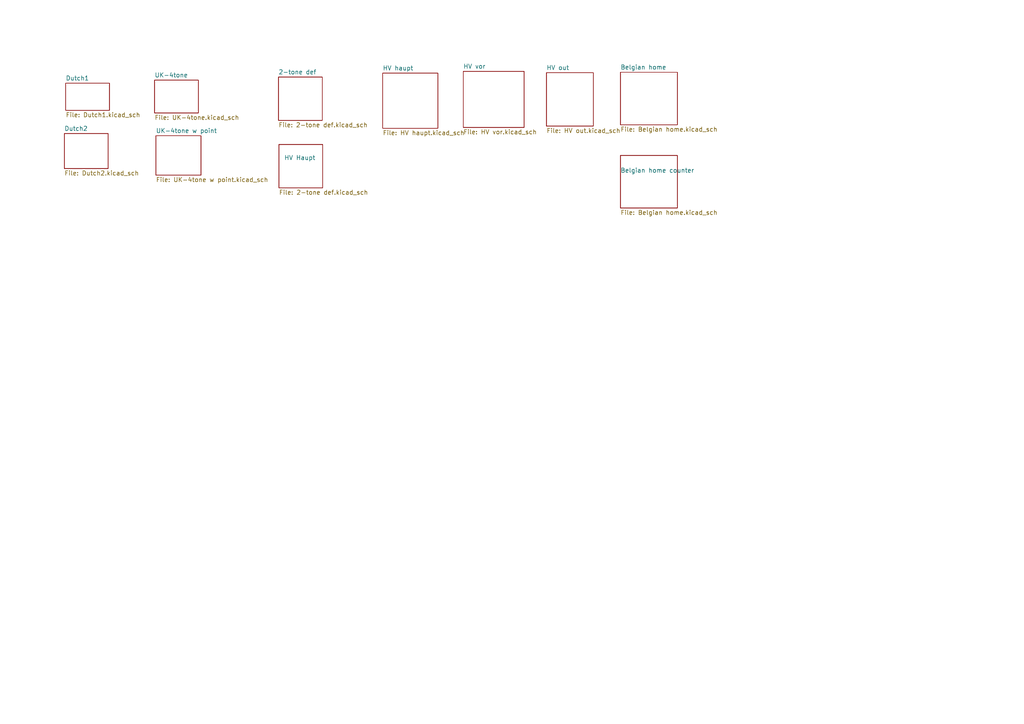
<source format=kicad_sch>
(kicad_sch (version 20230121) (generator eeschema)
  (paper "A4")
  (lib_symbols)
  (sheet (at 44.831 23.241) (size 12.7 9.525) (stroke (width 0.1524))
    (property "Sheetname" "UK-4tone" (at 44.831 22.5294 0) (effects (justify left bottom)))
    (property "Sheetfile" "UK-4tone.kicad_sch" (at 44.831 33.3506 0) (effects (justify left top)))
  )
  (sheet (at 80.899 41.91) (size 12.7 12.573) (stroke (width 0.1524))
    (property "Sheetname" "HV Haupt" (at 82.423 46.482 0) (effects (justify left bottom)))
    (property "Sheetfile" "2-tone def.kicad_sch" (at 80.899 55.0676 0) (effects (justify left top)))
  )
  (sheet (at 179.959 20.955) (size 16.51 15.24) (stroke (width 0.1524))
    (property "Sheetname" "Belgian home " (at 179.959 20.2434 0) (effects (justify left bottom)))
    (property "Sheetfile" "Belgian home.kicad_sch" (at 179.959 36.7796 0) (effects (justify left top)))
  )
  (sheet (at 19.05 24.13) (size 12.7 7.874) (stroke (width 0.1524))
    (property "Sheetname" "Dutch1" (at 19.05 23.4184 0) (effects (justify left bottom)))
    (property "Sheetfile" "Dutch1.kicad_sch" (at 19.05 32.5886 0) (effects (justify left top)))
  )
  (sheet (at 18.669 38.735) (size 12.7 10.16) (stroke (width 0.1524))
    (property "Sheetname" "Dutch2" (at 18.669 38.0234 0) (effects (justify left bottom)))
    (property "Sheetfile" "Dutch2.kicad_sch" (at 18.669 49.4796 0) (effects (justify left top)))
  )
  (sheet (at 45.212 39.37) (size 13.081 11.43) (stroke (width 0.1524))
    (property "Sheetname" "UK-4tone w point" (at 45.212 38.6584 0) (effects (justify left bottom)))
    (property "Sheetfile" "UK-4tone w point.kicad_sch" (at 45.212 51.3846 0) (effects (justify left top)))
  )
  (sheet (at 80.772 22.352) (size 12.7 12.573) (stroke (width 0.1524))
    (property "Sheetname" "2-tone def" (at 80.772 21.6404 0) (effects (justify left bottom)))
    (property "Sheetfile" "2-tone def.kicad_sch" (at 80.772 35.5096 0) (effects (justify left top)))
  )
  (sheet (at 134.366 20.701) (size 17.653 16.256) (stroke (width 0.1524))
    (property "Sheetname" "HV vor" (at 134.366 19.9894 0) (effects (justify left bottom)))
    (property "Sheetfile" "HV vor.kicad_sch" (at 134.366 37.5416 0) (effects (justify left top)))
  )
  (sheet (at 179.959 45.085) (size 16.51 15.24) (stroke (width 0.1524))
    (property "Sheetname" "Belgian home counter" (at 179.959 50.165 0) (effects (justify left bottom)))
    (property "Sheetfile" "Belgian home.kicad_sch" (at 179.959 60.9096 0) (effects (justify left top)))
  )
  (sheet (at 158.496 21.082) (size 13.589 15.494) (stroke (width 0.1524))
    (property "Sheetname" "HV out" (at 158.496 20.3704 0) (effects (justify left bottom)))
    (property "Sheetfile" "HV out.kicad_sch" (at 158.496 37.1606 0) (effects (justify left top)))
  )
  (sheet (at 110.998 21.209) (size 16.002 16.002) (stroke (width 0.1524))
    (property "Sheetname" "HV haupt " (at 110.998 20.4974 0) (effects (justify left bottom)))
    (property "Sheetfile" "HV haupt.kicad_sch" (at 110.998 37.7956 0) (effects (justify left top)))
  )
)
</source>
